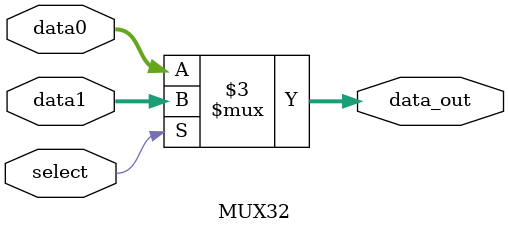
<source format=v>
module MUX32(
	//Outputs
	output reg [31:0]data_out,
	//Inputs
	input [31:0]data0,
	input [31:0]data1,
	input select
);
always @(*) begin
	if(select)begin
		data_out <= data1;
	end else begin
		data_out <= data0;
	end
end
	
endmodule

</source>
